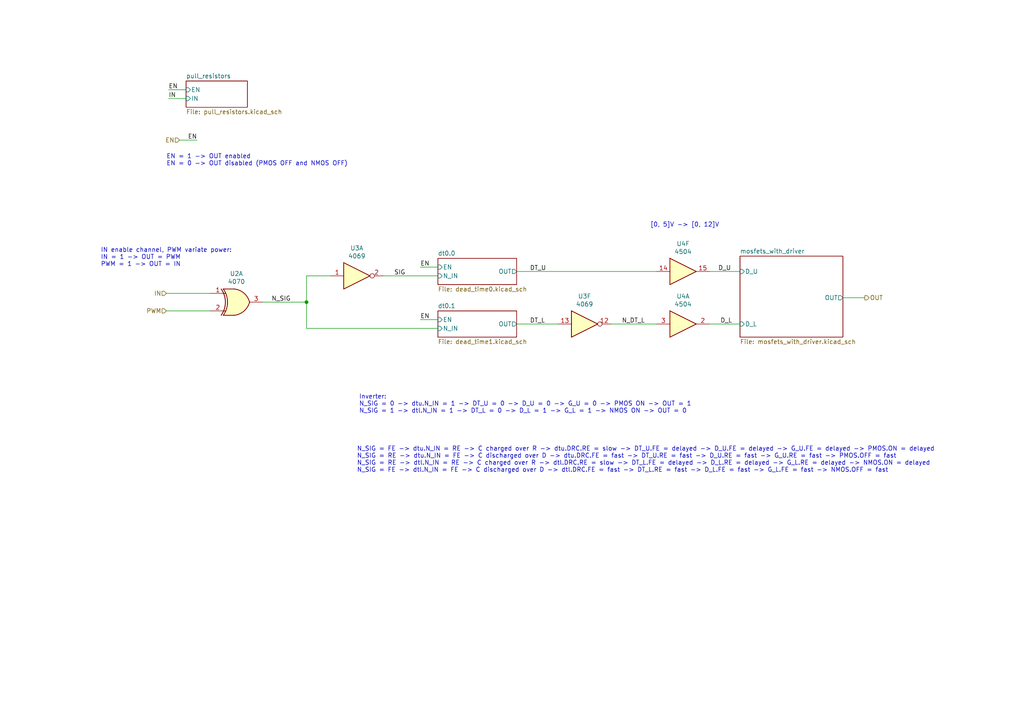
<source format=kicad_sch>
(kicad_sch (version 20211123) (generator eeschema)
  (paper "A4")
  (lib_symbols
    (symbol "4xxx:4069" (pin_names (offset 1.016))
      (property "Reference" "U" (at 0 1.27 0))
      (property "Value" "4069" (at 0 -1.27 0))
      (symbol "4069_1_0"
        (polyline (pts (xy -3.81 3.81) (xy -3.81 -3.81) (xy 3.81 0) (xy -3.81 3.81)) (stroke (width 0.254)) (fill (type background)))
        (pin input line (at -7.62 0 0) (length 3.81) (name "~") (number "1"))
        (pin output inverted (at 7.62 0 180) (length 3.81) (name "~") (number "2"))
      )
      (symbol "4069_2_0"
        (polyline (pts (xy -3.81 3.81) (xy -3.81 -3.81) (xy 3.81 0) (xy -3.81 3.81)) (stroke (width 0.254)) (fill (type background)))
        (pin input line (at -7.62 0 0) (length 3.81) (name "~") (number "3"))
        (pin output inverted (at 7.62 0 180) (length 3.81) (name "~") (number "4"))
      )
      (symbol "4069_3_0"
        (polyline (pts (xy -3.81 3.81) (xy -3.81 -3.81) (xy 3.81 0) (xy -3.81 3.81)) (stroke (width 0.254)) (fill (type background)))
        (pin input line (at -7.62 0 0) (length 3.81) (name "~") (number "5"))
        (pin output inverted (at 7.62 0 180) (length 3.81) (name "~") (number "6"))
      )
      (symbol "4069_4_0"
        (polyline (pts (xy -3.81 3.81) (xy -3.81 -3.81) (xy 3.81 0) (xy -3.81 3.81)) (stroke (width 0.254)) (fill (type background)))
        (pin output inverted (at 7.62 0 180) (length 3.81) (name "~") (number "8"))
        (pin input line (at -7.62 0 0) (length 3.81) (name "~") (number "9"))
      )
      (symbol "4069_5_0"
        (polyline (pts (xy -3.81 3.81) (xy -3.81 -3.81) (xy 3.81 0) (xy -3.81 3.81)) (stroke (width 0.254)) (fill (type background)))
        (pin output inverted (at 7.62 0 180) (length 3.81) (name "~") (number "10"))
        (pin input line (at -7.62 0 0) (length 3.81) (name "~") (number "11"))
      )
      (symbol "4069_6_0"
        (polyline (pts (xy -3.81 3.81) (xy -3.81 -3.81) (xy 3.81 0) (xy -3.81 3.81)) (stroke (width 0.254)) (fill (type background)))
        (pin output inverted (at 7.62 0 180) (length 3.81) (name "~") (number "12"))
        (pin input line (at -7.62 0 0) (length 3.81) (name "~") (number "13"))
      )
      (symbol "4069_7_0"
        (pin power_in line (at 0 12.7 270) (length 5.08) (name "VDD") (number "14"))
        (pin power_in line (at 0 -12.7 90) (length 5.08) (name "VSS") (number "7"))
      )
      (symbol "4069_7_1"
        (rectangle (start -5.08 7.62) (end 5.08 -7.62) (stroke (width 0.254)) (fill (type background)))
      )
    )
    (symbol "4xxx:4070" (pin_names (offset 1.016))
      (property "Reference" "U" (at 0 1.27 0))
      (property "Value" "4070" (at 0 -1.27 0))
      (symbol "4070_1_0"
        (arc (start -4.4196 -3.81) (mid -3.2033 0) (end -4.4196 3.81) (stroke (width 0.254)))
        (arc (start -3.81 -3.81) (mid -2.589 0) (end -3.81 3.81) (stroke (width 0.254)))
        (arc (start -0.6096 -3.81) (mid 2.1842 -2.5851) (end 3.81 0) (stroke (width 0.254)) (fill (type background)))
        (polyline (pts (xy -3.81 -3.81) (xy -0.635 -3.81)) (stroke (width 0.254)) (fill (type background)))
        (polyline (pts (xy -3.81 3.81) (xy -0.635 3.81)) (stroke (width 0.254)) (fill (type background)))
        (polyline (pts (xy -0.635 3.81) (xy -3.81 3.81) (xy -3.81 3.81) (xy -3.556 3.4036) (xy -3.0226 2.2606) (xy -2.6924 1.0414) (xy -2.6162 -0.254) (xy -2.7686 -1.4986) (xy -3.175 -2.7178) (xy -3.81 -3.81) (xy -3.81 -3.81) (xy -0.635 -3.81)) (stroke (width -25.4)) (fill (type background)))
        (arc (start 3.81 0) (mid 2.1915 2.5936) (end -0.6096 3.81) (stroke (width 0.254)) (fill (type background)))
        (pin input line (at -7.62 2.54 0) (length 4.445) (name "~") (number "1"))
        (pin input line (at -7.62 -2.54 0) (length 4.445) (name "~") (number "2"))
        (pin output line (at 7.62 0 180) (length 3.81) (name "~") (number "3"))
      )
      (symbol "4070_1_1"
        (polyline (pts (xy -3.81 -2.54) (xy -3.175 -2.54)) (stroke (width 0.1524)))
        (polyline (pts (xy -3.81 2.54) (xy -3.175 2.54)) (stroke (width 0.1524)))
      )
      (symbol "4070_2_0"
        (arc (start -4.4196 -3.81) (mid -3.2033 0) (end -4.4196 3.81) (stroke (width 0.254)))
        (arc (start -3.81 -3.81) (mid -2.589 0) (end -3.81 3.81) (stroke (width 0.254)))
        (arc (start -0.6096 -3.81) (mid 2.1842 -2.5851) (end 3.81 0) (stroke (width 0.254)) (fill (type background)))
        (polyline (pts (xy -3.81 -3.81) (xy -0.635 -3.81)) (stroke (width 0.254)) (fill (type background)))
        (polyline (pts (xy -3.81 3.81) (xy -0.635 3.81)) (stroke (width 0.254)) (fill (type background)))
        (polyline (pts (xy -0.635 3.81) (xy -3.81 3.81) (xy -3.81 3.81) (xy -3.556 3.4036) (xy -3.0226 2.2606) (xy -2.6924 1.0414) (xy -2.6162 -0.254) (xy -2.7686 -1.4986) (xy -3.175 -2.7178) (xy -3.81 -3.81) (xy -3.81 -3.81) (xy -0.635 -3.81)) (stroke (width -25.4)) (fill (type background)))
        (arc (start 3.81 0) (mid 2.1915 2.5936) (end -0.6096 3.81) (stroke (width 0.254)) (fill (type background)))
        (pin output line (at 7.62 0 180) (length 3.81) (name "~") (number "4"))
        (pin input line (at -7.62 2.54 0) (length 4.445) (name "~") (number "5"))
        (pin input line (at -7.62 -2.54 0) (length 4.445) (name "~") (number "6"))
      )
      (symbol "4070_2_1"
        (polyline (pts (xy -3.81 -2.54) (xy -3.175 -2.54)) (stroke (width 0.1524)))
        (polyline (pts (xy -3.81 2.54) (xy -3.175 2.54)) (stroke (width 0.1524)))
      )
      (symbol "4070_3_0"
        (arc (start -4.4196 -3.81) (mid -3.2033 0) (end -4.4196 3.81) (stroke (width 0.254)))
        (arc (start -3.81 -3.81) (mid -2.589 0) (end -3.81 3.81) (stroke (width 0.254)))
        (arc (start -0.6096 -3.81) (mid 2.1842 -2.5851) (end 3.81 0) (stroke (width 0.254)) (fill (type background)))
        (polyline (pts (xy -3.81 -3.81) (xy -0.635 -3.81)) (stroke (width 0.254)) (fill (type background)))
        (polyline (pts (xy -3.81 3.81) (xy -0.635 3.81)) (stroke (width 0.254)) (fill (type background)))
        (polyline (pts (xy -0.635 3.81) (xy -3.81 3.81) (xy -3.81 3.81) (xy -3.556 3.4036) (xy -3.0226 2.2606) (xy -2.6924 1.0414) (xy -2.6162 -0.254) (xy -2.7686 -1.4986) (xy -3.175 -2.7178) (xy -3.81 -3.81) (xy -3.81 -3.81) (xy -0.635 -3.81)) (stroke (width -25.4)) (fill (type background)))
        (arc (start 3.81 0) (mid 2.1915 2.5936) (end -0.6096 3.81) (stroke (width 0.254)) (fill (type background)))
        (pin output line (at 7.62 0 180) (length 3.81) (name "~") (number "10"))
        (pin input line (at -7.62 2.54 0) (length 4.445) (name "~") (number "8"))
        (pin input line (at -7.62 -2.54 0) (length 4.445) (name "~") (number "9"))
      )
      (symbol "4070_3_1"
        (polyline (pts (xy -3.81 -2.54) (xy -3.175 -2.54)) (stroke (width 0.1524)))
        (polyline (pts (xy -3.81 2.54) (xy -3.175 2.54)) (stroke (width 0.1524)))
      )
      (symbol "4070_4_0"
        (arc (start -4.4196 -3.81) (mid -3.2033 0) (end -4.4196 3.81) (stroke (width 0.254)))
        (arc (start -3.81 -3.81) (mid -2.589 0) (end -3.81 3.81) (stroke (width 0.254)))
        (arc (start -0.6096 -3.81) (mid 2.1842 -2.5851) (end 3.81 0) (stroke (width 0.254)) (fill (type background)))
        (polyline (pts (xy -3.81 -3.81) (xy -0.635 -3.81)) (stroke (width 0.254)) (fill (type background)))
        (polyline (pts (xy -3.81 3.81) (xy -0.635 3.81)) (stroke (width 0.254)) (fill (type background)))
        (polyline (pts (xy -0.635 3.81) (xy -3.81 3.81) (xy -3.81 3.81) (xy -3.556 3.4036) (xy -3.0226 2.2606) (xy -2.6924 1.0414) (xy -2.6162 -0.254) (xy -2.7686 -1.4986) (xy -3.175 -2.7178) (xy -3.81 -3.81) (xy -3.81 -3.81) (xy -0.635 -3.81)) (stroke (width -25.4)) (fill (type background)))
        (arc (start 3.81 0) (mid 2.1915 2.5936) (end -0.6096 3.81) (stroke (width 0.254)) (fill (type background)))
        (pin output line (at 7.62 0 180) (length 3.81) (name "~") (number "11"))
        (pin input line (at -7.62 2.54 0) (length 4.445) (name "~") (number "12"))
        (pin input line (at -7.62 -2.54 0) (length 4.445) (name "~") (number "13"))
      )
      (symbol "4070_4_1"
        (polyline (pts (xy -3.81 -2.54) (xy -3.175 -2.54)) (stroke (width 0.1524)))
        (polyline (pts (xy -3.81 2.54) (xy -3.175 2.54)) (stroke (width 0.1524)))
      )
      (symbol "4070_5_0"
        (pin power_in line (at 0 12.7 270) (length 5.08) (name "VDD") (number "14"))
        (pin power_in line (at 0 -12.7 90) (length 5.08) (name "VSS") (number "7"))
      )
      (symbol "4070_5_1"
        (rectangle (start -5.08 7.62) (end 5.08 -7.62) (stroke (width 0.254)) (fill (type background)))
      )
    )
    (symbol "Local:4504" (pin_names (offset 1.016))
      (property "Reference" "U" (at 0 1.27 0))
      (property "Value" "4504" (at 0 -1.27 0))
      (symbol "4504_1_0"
        (polyline (pts (xy -3.81 3.81) (xy -3.81 -3.81) (xy 3.81 0) (xy -3.81 3.81)) (stroke (width 0.254)) (fill (type background)))
        (pin output line (at 7.62 0 180) (length 3.81) (name "~") (number "2"))
        (pin input line (at -7.62 0 0) (length 3.81) (name "~") (number "3"))
      )
      (symbol "4504_2_0"
        (polyline (pts (xy -3.81 3.81) (xy -3.81 -3.81) (xy 3.81 0) (xy -3.81 3.81)) (stroke (width 0.254)) (fill (type background)))
        (pin output line (at 7.62 0 180) (length 3.81) (name "~") (number "4"))
        (pin input line (at -7.62 0 0) (length 3.81) (name "~") (number "5"))
      )
      (symbol "4504_3_0"
        (polyline (pts (xy -3.81 3.81) (xy -3.81 -3.81) (xy 3.81 0) (xy -3.81 3.81)) (stroke (width 0.254)) (fill (type background)))
        (pin output line (at 7.62 0 180) (length 3.81) (name "~") (number "6"))
        (pin input line (at -7.62 0 0) (length 3.81) (name "~") (number "7"))
      )
      (symbol "4504_4_0"
        (polyline (pts (xy -3.81 3.81) (xy -3.81 -3.81) (xy 3.81 0) (xy -3.81 3.81)) (stroke (width 0.254)) (fill (type background)))
        (pin output line (at 7.62 0 180) (length 3.81) (name "~") (number "10"))
        (pin input line (at -7.62 0 0) (length 3.81) (name "~") (number "9"))
      )
      (symbol "4504_5_0"
        (polyline (pts (xy -3.81 3.81) (xy -3.81 -3.81) (xy 3.81 0) (xy -3.81 3.81)) (stroke (width 0.254)) (fill (type background)))
        (pin input line (at -7.62 0 0) (length 3.81) (name "~") (number "11"))
        (pin output line (at 7.62 0 180) (length 3.81) (name "~") (number "12"))
      )
      (symbol "4504_6_0"
        (polyline (pts (xy -3.81 3.81) (xy -3.81 -3.81) (xy 3.81 0) (xy -3.81 3.81)) (stroke (width 0.254)) (fill (type background)))
        (pin input line (at -7.62 0 0) (length 3.81) (name "~") (number "14"))
        (pin output line (at 7.62 0 180) (length 3.81) (name "~") (number "15"))
      )
      (symbol "4504_7_0"
        (pin power_in line (at -5.08 12.7 270) (length 5.08) (name "VCC") (number "1"))
        (pin power_in line (at 0 -16.51 90) (length 5.08) (name "VSS") (number "8"))
      )
      (symbol "4504_7_1"
        (rectangle (start -8.89 7.62) (end 8.89 -11.43) (stroke (width 0.254)) (fill (type background)))
        (pin input line (at -13.97 -5.08 0) (length 5.08) (name "SELECT") (number "13"))
        (pin power_in line (at 5.08 12.7 270) (length 5.08) (name "VDD") (number "16"))
      )
    )
  )
  (junction (at 88.9 87.63))
  (wire (pts (xy 161.925 93.98) (xy 149.86 93.98)))
  (wire (pts (xy 88.9 95.25) (xy 88.9 87.63)))
  (wire (pts (xy 52.07 40.64) (xy 57.15 40.64)))
  (wire (pts (xy 88.9 80.01) (xy 95.885 80.01)))
  (wire (pts (xy 205.74 93.98) (xy 214.63 93.98)))
  (wire (pts (xy 53.975 28.575) (xy 48.895 28.575)))
  (wire (pts (xy 121.92 92.71) (xy 127 92.71)))
  (wire (pts (xy 76.2 87.63) (xy 88.9 87.63)))
  (wire (pts (xy 53.975 26.035) (xy 48.895 26.035)))
  (wire (pts (xy 250.825 86.36) (xy 244.475 86.36)))
  (wire (pts (xy 48.26 90.17) (xy 60.96 90.17)))
  (wire (pts (xy 88.9 95.25) (xy 127 95.25)))
  (wire (pts (xy 205.74 78.74) (xy 214.63 78.74)))
  (wire (pts (xy 48.26 85.09) (xy 60.96 85.09)))
  (wire (pts (xy 127 77.47) (xy 121.92 77.47)))
  (wire (pts (xy 190.5 93.98) (xy 177.165 93.98)))
  (wire (pts (xy 111.125 80.01) (xy 127 80.01)))
  (wire (pts (xy 149.86 78.74) (xy 190.5 78.74)))
  (wire (pts (xy 88.9 80.01) (xy 88.9 87.63)))
  (text "EN = 1 -> OUT enabled\nEN = 0 -> OUT disabled (PMOS OFF and NMOS OFF)" (at 48.26 48.26 0) (effects (font (size 1.27 1.27)) (justify left bottom)))
  (text "[0, 5]V -> [0, 12]V" (at 188.595 66.04 0) (effects (font (size 1.27 1.27)) (justify left bottom)))
  (text "Inverter:\nN_SIG = 0 -> dtu.N_IN = 1 -> DT_U = 0 -> D_U = 0 -> G_U = 0 -> PMOS ON -> OUT = 1\nN_SIG = 1 -> dtl.N_IN = 1 -> DT_L = 0 -> D_L = 1 -> G_L = 1 -> NMOS ON -> OUT = 0" (at 104.14 120.015 0) (effects (font (size 1.27 1.27)) (justify left bottom)))
  (text "IN enable channel, PWM variate power:\nIN = 1 -> OUT = PWM\nPWM = 1 -> OUT = IN" (at 29.21 77.47 0) (effects (font (size 1.27 1.27)) (justify left bottom)))
  (text "N_SIG = FE -> dtu.N_IN = RE -> C charged over R -> dtu.DRC.RE = slow -> DT_U.FE = delayed -> D_U.FE = delayed -> G_U.FE = delayed -> PMOS.ON = delayed\nN_SIG = RE -> dtu.N_IN = FE -> C discharged over D -> dtu.DRC.FE = fast -> DT_U.RE = fast -> D_U.RE = fast -> G_U.RE = fast -> PMOS.OFF = fast\nN_SIG = RE -> dtl.N_IN = RE -> C charged over R -> dtl.DRC.RE = slow -> DT_L.FE = delayed -> D_L.RE = delayed -> G_L.RE = delayed -> NMOS.ON = delayed\nN_SIG = FE -> dtl.N_IN = FE -> C discharged over D -> dtl.DRC.FE = fast -> DT_L.RE = fast -> D_L.FE = fast -> G_L.FE = fast -> NMOS.OFF = fast" (at 103.505 137.16 0) (effects (font (size 1.27 1.27)) (justify left bottom)))
  (label "SIG" (at 114.3 80.01 0))
  (label "N_DT_L" (at 180.34 93.98 0))
  (label "EN" (at 121.92 92.71 0))
  (label "D_U" (at 208.28 78.74 0))
  (label "N_SIG" (at 78.74 87.63 0))
  (label "D_L" (at 208.915 93.98 0))
  (label "IN" (at 48.895 28.575 0))
  (label "DT_U" (at 153.67 78.74 0))
  (label "EN" (at 121.92 77.47 0))
  (label "EN" (at 57.15 40.64 180))
  (label "DT_L" (at 153.67 93.98 0))
  (label "EN" (at 48.895 26.035 0))
  (hierarchical_label "OUT" (shape output) (at 250.825 86.36 0))
  (hierarchical_label "IN" (shape input) (at 48.26 85.09 180))
  (hierarchical_label "EN" (shape input) (at 52.07 40.64 180))
  (hierarchical_label "PWM" (shape input) (at 48.26 90.17 180))
  (symbol (lib_id "4xxx:4070") (at 68.58 87.63 0) (unit 1)
    (property "Reference" "U2" (at 68.58 79.375 0))
    (property "Value" "4070" (at 68.58 81.6864 0))
    (property "Footprint" "Package_DIP:DIP-14_W7.62mm" (effects hide))
    (property "Datasheet" "http://www.intersil.com/content/dam/Intersil/documents/cd40/cd4070bms-77bms.pdf" (effects hide))
  )
  (symbol (lib_id "4xxx:4069") (at 103.505 80.01 0) (unit 1)
    (property "Reference" "U3" (at 103.505 71.9582 0))
    (property "Value" "4069" (at 103.505 74.2696 0))
    (property "Footprint" "Package_DIP:DIP-14_W7.62mm" (effects hide))
    (property "Datasheet" "http://www.intersil.com/content/dam/Intersil/documents/cd40/cd4069ubms.pdf" (effects hide))
  )
  (symbol (lib_id "4xxx:4069") (at 169.545 93.98 0) (unit 6)
    (property "Reference" "U3" (at 169.545 85.9282 0))
    (property "Value" "4069" (at 169.545 88.2396 0))
    (property "Footprint" "Package_DIP:DIP-14_W7.62mm" (effects hide))
    (property "Datasheet" "http://www.intersil.com/content/dam/Intersil/documents/cd40/cd4069ubms.pdf" (effects hide))
  )
  (symbol (lib_id "Local:4504") (at 198.12 78.74 0) (unit 6)
    (property "Reference" "U4" (at 198.12 70.6882 0))
    (property "Value" "4504" (at 198.12 72.9996 0))
    (property "Footprint" "Package_DIP:DIP-16_W7.62mm" (effects hide))
    (property "Datasheet" "http://www.ti.com/lit/ds/symlink/cd4504b.pdf" (effects hide))
  )
  (symbol (lib_id "Local:4504") (at 198.12 93.98 0) (unit 1)
    (property "Reference" "U4" (at 198.12 85.9282 0))
    (property "Value" "4504" (at 198.12 88.2396 0))
    (property "Footprint" "Package_DIP:DIP-16_W7.62mm" (effects hide))
    (property "Datasheet" "http://www.ti.com/lit/ds/symlink/cd4504b.pdf" (effects hide))
  )
  (sheet (at 214.63 74.295) (size 29.845 23.495)
    (property "Sheet name" "mosfets_with_driver" (at 214.63 73.5834 0) (effects (justify left bottom)))
    (property "Sheet file" "mosfets_with_driver.kicad_sch" (at 214.63 98.3746 0) (effects (justify left top)))
    (pin "OUT" output (at 244.475 86.36 0))
    (pin "D_U" input (at 214.63 78.74 180))
    (pin "D_L" input (at 214.63 93.98 180))
  )
  (sheet (at 127 74.93) (size 22.86 7.62)
    (property "Sheet name" "dt0.0" (at 127 74.2184 0) (effects (justify left bottom)))
    (property "Sheet file" "dead_time0.kicad_sch" (at 127 83.1346 0) (effects (justify left top)))
    (pin "EN" input (at 127 77.47 180))
    (pin "OUT" output (at 149.86 78.74 0))
    (pin "N_IN" input (at 127 80.01 180))
  )
  (sheet (at 127 90.17) (size 22.86 7.62)
    (property "Sheet name" "dt0.1" (at 127 89.4584 0) (effects (justify left bottom)))
    (property "Sheet file" "dead_time1.kicad_sch" (at 127 98.3746 0) (effects (justify left top)))
    (pin "EN" input (at 127 92.71 180))
    (pin "OUT" output (at 149.86 93.98 0))
    (pin "N_IN" input (at 127 95.25 180))
  )
  (sheet (at 53.975 23.495) (size 17.78 7.62)
    (property "Sheet name" "pull_resistors" (at 53.975 22.7834 0) (effects (justify left bottom)))
    (property "Sheet file" "pull_resistors.kicad_sch" (at 53.975 31.6996 0) (effects (justify left top)))
    (pin "IN" input (at 53.975 28.575 180))
    (pin "EN" input (at 53.975 26.035 180))
  )
)
</source>
